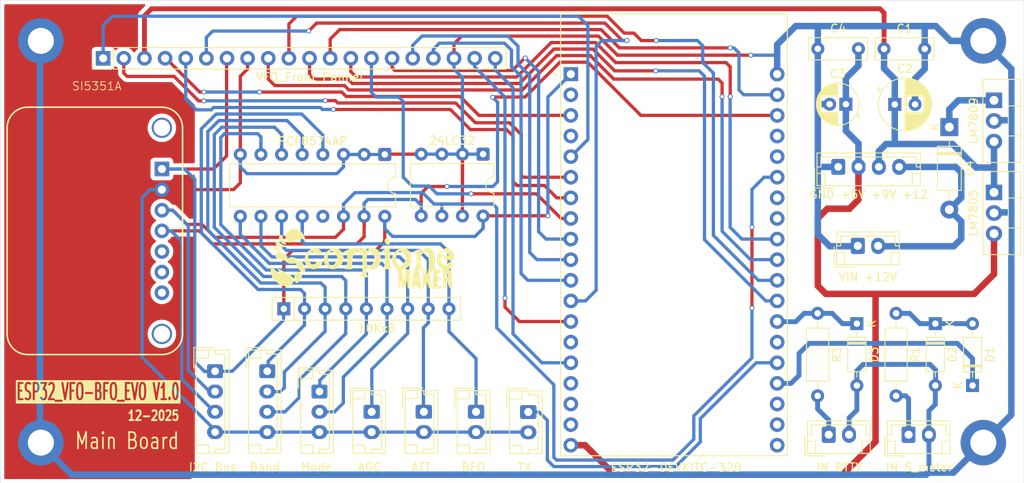
<source format=kicad_pcb>
(kicad_pcb (version 20241229) (generator "pcbnew") (generator_version "9.0")
  (layers (0 "F.Cu" signal) (2 "B.Cu" signal) (13 "F.Paste" user) (15 "B.Paste" user) (5 "F.SilkS" user "F.Silkscreen") (7 "B.SilkS" user "B.Silkscreen") (1 "F.Mask" user) (3 "B.Mask" user) (25 "Edge.Cuts" user))
  (net 0 "")
  (net 1 "+9V")
  (net 2 "GND")
  (net 3 "+5V")
  (net 4 "Net-(D4-K)")
  (net 5 "Net-(D1-A)")
  (net 6 "METER")
  (net 7 "Net-(J5-Pin_1)")
  (net 8 "Net-(J6-Pin_1)")
  (net 9 "Net-(J8-Pin_1)")
  (net 10 "CLK")
  (net 11 "Net-(J2-Pin_2)")
  (net 12 "SDA")
  (net 13 "SCL")
  (net 14 "+3.3V")
  (net 15 "Net-(J2-Pin_3)")
  (net 16 "DT")
  (net 17 "SW_STEP")
  (net 18 "CLK-2")
  (net 19 "DT-2")
  (net 20 "SW_BAND")
  (net 21 "SW_MODE")
  (net 22 "SW_AGC")
  (net 23 "SW_ATT")
  (net 24 "SW_SCAN")
  (net 29 "SW_RTTY_CW")
  (net 31 "SCK")
  (net 32 "D{slash}C")
  (net 33 "TX")
  (net 34 "Net-(J3-Pin_1)")
  (net 37 "MOSI")
  (net 42 "RST")
  (net 43 "CS")
  (net 48 "RTTY IN")
  (net 49 "Net-(J2-Pin_1)")
  (net 50 "Net-(J3-Pin_2)")
  (net 51 "Net-(J4-Pin_1)")
  (net 54 "+12V")
  (net 56 "Net-(J9-Pin_1)")
  (footprint "Connector_JST:JST_EH_B2B-EH-A_1x02_P2.50mm_Vertical" (layer "F.Cu") (at 195.3006 112.522)
    (property "Reference" "J9")
    (property "Value" "IN S_meter")
  )
  (footprint "Connector_JST:JST_EH_B2B-EH-A_1x02_P2.50mm_Vertical" (layer "F.Cu") (at 142.063725 109.702619 -90)
    (property "Reference" "J6")
    (property "Value" "BFO")
  )
  (footprint "Capacitor_THT:C_Rect_L7.0mm_W2.5mm_P5.00mm" (layer "F.Cu") (at 189.127086 64.973027 180)
    (property "Reference" "C4")
    (property "Value" "100nF")
  )
  (footprint "Connector_JST:JST_EH_B4B-EH-A_1x04_P2.50mm_Vertical" (layer "F.Cu") (at 116.365027 104.702619 -90)
    (property "Reference" "J2")
    (property "Value" "Band")
  )
  (footprint "Package_TO_SOT_THT:TO-220-3_Vertical" (layer "F.Cu") (at 205.812829 71.325464 -90)
    (property "Reference" "U3")
    (property "Value" "LM7809")
  )
  (footprint "Connector_JST:JST_EH_B3B-EH-A_1x03_P2.50mm_Vertical" (layer "F.Cu") (at 122.789701 107.202619 -90)
    (property "Reference" "J3")
    (property "Value" "Mode")
  )
  (footprint "Connector_PinHeader_2.54mm:PinHeader_1x20_P2.54mm_Vertical" (layer "F.Cu") (at 96.1688 66.1444 90)
    (property "Reference" "J12")
    (property "Value" "VFO_Front_Pannel")
  )
  (footprint "Connector_JST:JST_EH_B4B-EH-A_1x04_P2.50mm_Vertical" (layer "F.Cu") (at 109.940352 104.702619 -90)
    (property "Reference" "J1")
    (property "Value" "I2C Bus")
  )
  (footprint "-Loghi personali:Scorpione Maker_40X20" (layer "F.Cu") (at 128.016 91.1352)
    (property "Reference" "G***" (hide yes))
    (property "Value" "LOGO" (hide yes))
  )
  (footprint "-Periferial_Module:si5351a_Module" (layer "F.Cu") (at 103.397 100.1096 90)
    (property "Reference" "M1" (hide yes))
    (property "Value" "Si5351A module" (hide yes))
  )
  (footprint "MountingHole:MountingHole_3.2mm_M3_DIN965_Pad_TopBottom" (layer "F.Cu") (at 88.5 113.5 180)
    (property "Reference" "H2")
    (property "Value" "MountingHole_Pad" (hide yes))
  )
  (footprint "Connector_JST:JST_EH_B4B-EH-A_1x04_P2.50mm_Vertical" (layer "F.Cu") (at 186.6392 79.5274)
    (property "Reference" "J11")
    (property "Value" "GND +5V +9V +12")
  )
  (footprint "Resistor_THT:R_Axial_DIN0207_L6.3mm_D2.5mm_P10.16mm_Horizontal" (layer "F.Cu") (at 184.10297 97.571 -90)
    (property "Reference" "R3")
    (property "Value" "1K")
  )
  (footprint "Capacitor_THT:CP_Radial_D6.3mm_P2.50mm" (layer "F.Cu") (at 193.601286 71.831027)
    (property "Reference" "C2")
    (property "Value" "220uF 16V")
  )
  (footprint "Connector_JST:JST_EH_B2B-EH-A_1x02_P2.50mm_Vertical" (layer "F.Cu") (at 135.639051 109.702619 -90)
    (property "Reference" "J5")
    (property "Value" "ATT")
  )
  (footprint "-ESP32_Module:MODULE_ESP32-DEVKITC-32D" (layer "F.Cu") (at 166.4252 87.8602)
    (property "Reference" "U1")
    (property "Value" "ESP32-DEVKITC-32D")
  )
  (footprint "MountingHole:MountingHole_3.2mm_M3_DIN965_Pad_TopBottom" (layer "F.Cu") (at 204.5 113.5 180)
    (property "Reference" "H1")
    (property "Value" "MountingHole_Pad" (hide yes))
  )
  (footprint "Connector_JST:JST_EH_B2B-EH-A_1x02_P2.50mm_Vertical" (layer "F.Cu") (at 189.0522 89.2556)
    (property "Reference" "J10")
    (property "Value" "VIN +12V")
  )
  (footprint "Capacitor_THT:CP_Radial_D5.0mm_P2.00mm" (layer "F.Cu") (at 187.582199 71.805627 180)
    (property "Reference" "C3")
    (property "Value" "100uF 10V")
  )
  (footprint "Package_DIP:DIP-8_W7.62mm" (layer "F.Cu") (at 142.9302 77.9554 -90)
    (property "Reference" "U5")
    (property "Value" "24LC32")
  )
  (footprint "Diode_THT:D_DO-35_SOD27_P7.62mm_Horizontal" (layer "F.Cu") (at 188.93247 98.841 -90)
    (property "Reference" "D3")
    (property "Value" "3.3V")
  )
  (footprint "Connector_JST:JST_EH_B2B-EH-A_1x02_P2.50mm_Vertical" (layer "F.Cu") (at 185.47457 112.522)
    (property "Reference" "J8")
    (property "Value" "IN RTTY")
  )
  (footprint "MountingHole:MountingHole_3.2mm_M3_DIN965_Pad_TopBottom" (layer "F.Cu") (at 88.5 64 180)
    (property "Reference" "H4")
    (property "Value" "MountingHole_Pad" (hide yes))
  )
  (footprint "Capacitor_THT:C_Rect_L7.0mm_W2.5mm_P5.00mm" (layer "F.Cu") (at 192.283665 64.987627)
    (property "Reference" "C1")
    (property "Value" "100nF")
  )
  (footprint "Package_TO_SOT_THT:TO-220-3_Vertical" (layer "F.Cu") (at 205.812829 82.671464 -90)
    (property "Reference" "U4")
    (property "Value" "LM7805")
  )
  (footprint "Diode_THT:D_DO-41_SOD81_P10.16mm_Horizontal" (layer "F.Cu") (at 200.314229 74.627464 -90)
    (property "Reference" "D4")
    (property "Value" "1N4007")
  )
  (footprint "Connector_JST:JST_EH_B2B-EH-A_1x02_P2.50mm_Vertical" (layer "F.Cu") (at 129.214376 109.702619 -90)
    (property "Reference" "J4")
    (property "Value" "AGC")
  )
  (footprint "MountingHole:MountingHole_3.2mm_M3_DIN965_Pad_TopBottom" (layer "F.Cu") (at 204.5 64 180)
    (property "Reference" "H3")
    (property "Value" "MountingHole_Pad" (hide yes))
  )
  (footprint "Package_DIP:DIP-16_W7.62mm" (layer "F.Cu") (at 130.8282 77.9958 -90)
    (property "Reference" "U2")
    (property "Value" "PCF8574AP")
  )
  (footprint "Resistor_THT:R_Axial_DIN0207_L6.3mm_D2.5mm_P10.16mm_Horizontal" (layer "F.Cu") (at 193.76197 97.571 -90)
    (property "Reference" "R1")
    (property "Value" "1K")
  )
  (footprint "Resistor_THT:R_Array_SIP9" (layer "F.Cu") (at 118.4076 97.0122)
    (property "Reference" "RN1")
    (property "Value" "10Kx8")
  )
  (footprint "Diode_THT:D_DO-35_SOD27_P7.62mm_Horizontal" (layer "F.Cu") (at 203.17097 106.461 90)
    (property "Reference" "D1")
    (property "Value" "1N4148")
  )
  (footprint "Connector_JST:JST_EH_B2B-EH-A_1x02_P2.50mm_Vertical" (layer "F.Cu") (at 148.4884 109.728 -90)
    (property "Reference" "J7")
    (property "Value" "TX")
  )
  (footprint "Diode_THT:D_DO-35_SOD27_P7.62mm_Horizontal" (layer "F.Cu") (at 198.59147 98.841 -90)
    (property "Reference" "D2")
    (property "Value" "3.3V")
  )
  (gr_rect (start 83.4954 58.9894) (end 209.4954 118.4894) (stroke (width 0.05)) (fill no) (layer "Edge.Cuts"))
  (gr_text "12-2025" (at 102.362 110.879175 0) (layer "F.SilkS") (effects (font (size 1.2 0.9) (thickness 0.225) (bold yes)) (justify bottom)))
  (gr_text "Main Board" (at 92.583 114.4524 0) (layer "F.SilkS") (effects (font (size 2 1.5) (thickness 0.2)) (justify left bottom)))
  (gr_text "ESP32_VFO-BFO_EVO V1.0" (at 95.5294 108.4072 0) (layer "F.SilkS" knockout) (effects (font (size 2 1) (thickness 0.25) (bold yes)) (justify bottom)))
  (segment (start 101.2488 60.912) (end 102.1152 60.0456) (width 0.6) (layer "F.Cu") (net 1))
  (segment (start 192.283665 60.559265) (end 192.283665 64.987627) (width 0.6) (layer "F.Cu") (net 1))
  (segment (start 102.1152 60.0456) (end 191.77 60.0456) (width 0.6) (layer "F.Cu") (net 1))
  (segment (start 101.2488 66.1444) (end 101.2488 60.912) (width 0.6) (layer "F.Cu") (net 1))
  (segment (start 191.77 60.0456) (end 192.283665 60.559265) (width 0.6) (layer "F.Cu") (net 1))
  (segment (start 193.601286 68.709486) (end 193.601286 71.831027) (width 0.8) (layer "B.Cu") (net 1))
  (segment (start 192.283665 67.391865) (end 193.601286 68.709486) (width 0.8) (layer "B.Cu") (net 1))
  (segment (start 191.6392 77.6008) (end 191.6392 79.5274) (width 0.8) (layer "B.Cu") (net 1))
  (segment (start 193.5988 71.833513) (end 193.601286 71.831027) (width 0.8) (layer "B.Cu") (net 1))
  (segment (start 205.8162 82.668093) (end 205.812829 82.671464) (width 0.8) (layer "B.Cu") (net 1))
  (segment (start 205.8162 76.408835) (end 205.8162 82.668093) (width 0.8) (layer "B.Cu") (net 1))
  (segment (start 200.7108 76.708) (end 192.532 76.708) (width 0.8) (layer "B.Cu") (net 1))
  (segment (start 192.532 76.708) (end 191.6392 77.6008) (width 0.8) (layer "B.Cu") (net 1))
  (segment (start 205.8162 79.6036) (end 203.6064 79.6036) (width 0.8) (layer "B.Cu") (net 1))
  (segment (start 193.5988 76.708) (end 193.5988 71.833513) (width 0.8) (layer "B.Cu") (net 1))
  (segment (start 192.283665 64.987627) (end 192.283665 67.391865) (width 0.8) (layer "B.Cu") (net 1))
  (segment (start 203.6064 79.6036) (end 200.7108 76.708) (width 0.8) (layer "B.Cu") (net 1))
  (segment (start 205.891293 76.327) (end 205.812829 76.405464) (width 0.8) (layer "B.Cu") (net 1))
  (segment (start 205.812829 76.405464) (end 205.8162 76.408835) (width 0.8) (layer "B.Cu") (net 1))
  (segment (start 135.31 77.9554) (end 130.869 77.9554) (width 0.4) (layer "F.Cu") (net 2))
  (segment (start 130.8282 77.9958) (end 130.8281 77.9957) (width 0.4) (layer "F.Cu") (net 2))
  (segment (start 172.971596 65.7634) (end 159.4678 65.7634) (width 0.4) (layer "F.Cu") (net 2))
  (segment (start 140.3902 81.2652) (end 140.3902 77.9554) (width 0.4) (layer "F.Cu") (net 2))
  (segment (start 157.115 63.4106) (end 140.3046 63.4106) (width 0.4) (layer "F.Cu") (net 2))
  (segment (start 135.3102 77.9554) (end 135.31 77.9554) (width 0.4) (layer "F.Cu") (net 2))
  (segment (start 113.048 68.3588) (end 113.9444 67.4624) (width 0.4) (layer "F.Cu") (net 2))
  (segment (start 113.0482 81.4976) (end 113.0482 77.9958) (width 0.4) (layer "F.Cu") (net 2))
  (segment (start 142.9302 77.9554) (end 142.93 77.9554) (width 0.4) (layer "F.Cu") (net 2))
  (segment (start 130.8281 77.9957) (end 130.828 77.9958) (width 0.4) (layer "F.Cu") (net 2))
  (segment (start 125.7482 77.9958) (end 125.748 77.9958) (width 0.4) (layer "F.Cu") (net 2))
  (segment (start 113.9444 66.1492) (end 113.949 66.1446) (width 0.4) (layer "F.Cu") (net 2))
  (segment (start 113.0482 77.9958) (end 113.048 77.9958) (width 0.4) (layer "F.Cu") (net 2))
  (segment (start 173.71901 65.7644) (end 172.972596 65.7644) (width 0.4) (layer "F.Cu") (net 2))
  (segment (start 113.9444 67.4624) (end 113.9444 66.1492) (width 0.4) (layer "F.Cu") (net 2))
  (segment (start 103.397 82.3296) (end 112.2162 82.3296) (width 0.4) (layer "F.Cu") (net 2))
  (segment (start 173.72001 65.7634) (end 173.71901 65.7644) (width 0.4) (layer "F.Cu") (net 2))
  (segment (start 140.3046 63.4106) (end 139.3488 64.3664) (width 0.4) (layer "F.Cu") (net 2))
  (segment (start 139.3488 64.3664) (end 139.3488 66.1444) (width 0.4) (layer "F.Cu") (net 2))
  (segment (start 175.8738 65.7634) (end 173.72001 65.7634) (width 0.4) (layer "F.Cu") (net 2))
  (segment (start 140.39 81.2654) (end 140.3902 81.2652) (width 0.4) (layer "F.Cu") (net 2))
  (segment (start 159.4678 65.7634) (end 157.115 63.4106) (width 0.4) (layer "F.Cu") (net 2))
  (segment (start 113.048 77.9958) (end 113.048 68.3588) (width 0.4) (layer "F.Cu") (net 2))
  (segment (start 172.972596 65.7644) (end 172.971596 65.7634) (width 0.4) (layer "F.Cu") (net 2))
  (segment (start 140.39 85.5754) (end 140.39 81.2654) (width 0.4) (layer "F.Cu") (net 2))
  (segment (start 113.949 66.1446) (end 113.9488 66.1444) (width 0.4) (layer "F.Cu") (net 2))
  (segment (start 140.3902 85.5754) (end 140.39 85.5754) (width 0.4) (layer "F.Cu") (net 2))
  (segment (start 112.2162 82.3296) (end 113.0482 81.4976) (width 0.4) (layer "F.Cu") (net 2))
  (segment (start 130.869 77.9554) (end 130.8281 77.9957) (width 0.4) (layer "F.Cu") (net 2))
  (segment (start 140.39 81.2654) (end 140.39 77.9554) (width 0.4) (layer "F.Cu") (net 2))
  (via (at 175.8738 65.7634) (size 0.6) (drill 0.4) (layers "F.Cu" "B.Cu") (net 2))
  (segment (start 137.8502 77.9554) (end 135.3102 77.9554) (width 0.4) (layer "B.Cu") (net 2))
  (segment (start 113.8726 80.3684) (end 113.0482 79.544) (width 0.4) (layer "B.Cu") (net 2))
  (segment (start 197.4596 117.4496) (end 197.7136 117.1956) (width 0.8) (layer "B.Cu") (net 2))
  (segment (start 187.9854 110.4392) (end 188.93247 109.49213) (width 0.6) (layer "B.Cu") (net 2))
  (segment (start 184.127086 71.8058) (end 184.127086 79.6036) (width 0.8) (layer "B.Cu") (net 2))
  (segment (start 113.0482 79.544) (end 113.0482 77.9958) (width 0.4) (layer "B.Cu") (net 2))
  (segment (start 197.8006 109.5902) (end 197.8006 112.522) (width 0.6) (layer "B.Cu") (net 2))
  (segment (start 200.4742 64) (end 204.5 64) (width 0.8) (layer "B.Cu") (net 2))
  (segment (start 179.0996 65.7634) (end 179.125 65.738) (width 0.4) (layer "B.Cu") (net 2))
  (segment (start 184.127259 71.805627) (end 185.582199 71.805627) (width 0.8) (layer "B.Cu") (net 2))
  (segment (start 205.891293 85.133) (end 205.812829 85.211464) (width 0.8) (layer "B.Cu") (net 2))
  (segment (start 100.969 83.3148) (end 101.955 82.3296) (width 0.4) (layer "B.Cu") (net 2))
  (segment (start 198.628 104.5464) (end 198.628 106.42447) (width 0.6) (layer "B.Cu") (net 2))
  (segment (start 142.9302 77.9554) (end 140.3902 77.9554) (width 0.4) (layer "B.Cu") (net 2))
  (segment (start 207.9498 110.0582) (end 204.508 113.5) (width 0.8) (layer "B.Cu") (net 2))
  (segment (start 88.5 113.5) (end 88.5 113.646) (width 0.8) (layer "B.Cu") (net 2))
  (segment (start 205.891293 73.787) (end 205.812829 73.865464) (width 0.8) (layer "B.Cu") (net 2))
  (segment (start 186.237162 79.252362) (end 186.5122 79.5274) (width 0.8) (layer "B.Cu") (net 2))
  (segment (start 204.5 113.508) (end 204.5 113.5) (width 0.8) (layer "B.Cu") (net 2))
  (segment (start 204.508 113.5) (end 204.5 113.5) (width 0.8) (layer "B.Cu") (net 2))
  (segment (start 186.5122 79.5274) (end 186.6392 79.5274) (width 0.8) (layer "B.Cu") (net 2))
  (segment (start 184.127086 87.835686) (end 185.5978 89.3064) (width 0.8) (layer "B.Cu") (net 2))
  (segment (start 128.2882 77.9958) (end 125.7482 77.9958) (width 0.4) (layer "B.Cu") (net 2))
  (segment (start 187.9854 112.51617) (end 187.9854 110.4392) (width 0.6) (layer "B.Cu") (net 2))
  (segment (start 197.283665 64.987627) (end 197.283665 67.473648) (width 0.8) (layer "B.Cu") (net 2))
  (segment (start 149.1488 112.228) (end 149.123419 112.202619) (width 0.4) (layer "B.Cu") (net 2))
  (segment (start 197.8006 112.522) (end 197.8006 117.1086) (width 0.6) (layer "B.Cu") (net 2))
  (segment (start 197.283665 62.202735) (end 197.283665 64.987627) (width 0.8) (layer "B.Cu") (net 2))
  (segment (start 88.3964 113.3964) (end 88.3964 62.6036) (width 0.8) (layer "B.Cu") (net 2))
  (segment (start 198.59147 106.461) (end 198.59147 108.79933) (width 0.6) (layer "B.Cu") (net 2))
  (segment (start 125.7482 77.9958) (end 125.7482 79.5418) (width 0.4) (layer "B.Cu") (net 2))
  (segment (start 88.5 113.646) (end 92.3036 117.4496) (width 0.8) (layer "B.Cu") (net 2))
  (segment (start 184.127086 79.6036) (end 184.127086 87.835686) (width 0.8) (layer "B.Cu") (net 2))
  (segment (start 184.127086 64.973027) (end 184.127086 62.202114) (width 0.8) (layer "B.Cu") (net 2))
  (segment (start 186.6392 79.5274) (end 184.203286 79.5274) (width 0.8) (layer "B.Cu") (net 2))
  (segment (start 207.9498 73.787) (end 205.891293 73.787) (width 0.8) (layer "B.Cu") (net 2))
  (segment (start 207.9498 67.4498) (end 207.9498 110.0582) (width 0.8) (layer "B.Cu") (net 2))
  (segment (start 197.283665 67.473648) (end 196.101286 68.656027) (width 0.8) (layer "B.Cu") (net 2))
  (segment (start 200.8124 117.1956) (end 204.5 113.508) (width 0.8) (layer "B.Cu") (net 2))
  (segment (start 184.127086 71.8058) (end 184.127259 71.805627) (width 0.8) (layer "B.Cu") (net 2))
  (segment (start 139.3488 67.4906) (end 140.3902 68.532) (width 0.4) (layer "B.Cu") (net 2))
  (segment (start 181.4068 62.1792) (end 184.15 62.1792) (width 0.8) (layer "B.Cu") (net 2))
  (segment (start 179.125 68.1002) (end 179.125 65.3314) (width 0.8) (layer "B.Cu") (net 2))
  (segment (start 179.125 64.461) (end 181.4068 62.1792) (width 0.8) (layer "B.Cu") (net 2))
  (segment (start 109.940352 111.971152) (end 100.969 102.9998) (width 0.4) (layer "B.Cu") (net 2))
  (segment (start 197.945 103.8634) (end 198.628 104.5464) (width 0.6) (layer "B.Cu") (net 2))
  (segment (start 179.125 68.1006) (end 179.125 68.1002) (width 0.8) (layer "B.Cu") (net 2))
  (segment (start 140.3902 77.9554) (end 137.8502 77.9554) (width 0.4) (layer "B.Cu") (net 2))
  (segment (start 185.5978 89.3064) (end 189.0014 89.3064) (width 0.8) (layer "B.Cu") (net 2))
  (segment (start 184.203286 79.5274) (end 184.127086 79.6036) (width 0.8) (layer "B.Cu") (net 2))
  (segment (start 139.3488 66.1444) (end 139.3488 67.4906) (width 0.4) (layer "B.Cu") (net 2))
  (segment (start 140.3902 68.532) (end 140.3902 77.9554) (width 0.4) (layer "B.Cu") (net 2))
  (segment (start 187.82437 112.6772) (end 187.9854 112.51617) (width 0.6) (layer "B.Cu") (net 2))
  (segment (start 184.127086 64.973027) (end 184.127086 71.8058) (width 0.8) (layer "B.Cu") (net 2))
  (segment (start 109.940352 112.202619) (end 109.940352 111.971152) (width 0.4) (layer "B.Cu") (net 2))
  (segment (start 197.3072 62.1792) (end 197.283665 62.202735) (width 0.8) (layer "B.Cu") (net 2))
  (segment (start 188.93247 109.49213) (end 188.93247 104.64073) (width 0.6) (layer "B.Cu") (net 2))
  (segment (start 196.101286 68.656027) (end 196.101286 71.831027) (width 0.8) (layer "B.Cu") (net 2))
  (segment (start 184.127086 62.202114) (end 184.15 62.1792) (width 0.8) (layer "B.Cu") (net 2))
  (segment (start 130.8282 77.9958) (end 128.2882 77.9958) (width 0.4) (layer "B.Cu") (net 2))
  (segment (start 188.93247 104.64073) (end 189.7098 103.8634) (width 0.6) (layer "B.Cu") (net 2))
  (segment (start 207.9498 85.133) (end 205.891293 85.133) (width 0.8) (layer "B.Cu") (net 2))
  (segment (start 88.5 113.5) (end 88.3964 113.3964) (width 0.8) (layer "B.Cu") (net 2))
  (segment (start 189.0014 89.3064) (end 189.0522 89.2556) (width 0.8) (layer "B.Cu") (net 2))
  (segment (start 101.955 82.3296) (end 103.397 82.3296) (width 0.4) (layer "B.Cu") (net 2))
  (segment (start 92.3036 117.4496) (end 197.4596 117.4496) (width 0.8) (layer "B.Cu") (net 2))
  (segment (start 124.9216 80.3684) (end 113.8726 80.3684) (width 0.4) (layer "B.Cu") (net 2))
  (segment (start 125.7482 79.5418) (end 124.9216 80.3684) (width 0.4) (layer "B.Cu") (net 2))
  (segment (start 179.125 65.738) (end 179.125 65.3314) (width 0.4) (layer "B.Cu") (net 2))
  (segment (start 179.1252 68.1002) (end 179.125 68.1002) (width 0.4) (layer "B.Cu") (net 2))
  (segment (start 197.7136 117.1956) (end 200.8124 117.1956) (width 0.8) (layer "B.Cu") (net 2))
  (segment (start 198.628 106.42447) (end 198.59147 106.461) (width 0.6) (layer "B.Cu") (net 2))
  (segment (start 204.5 64) (end 207.9498 67.4498) (width 0.8) (layer "B.Cu") (net 2))
  (segment (start 175.8738 65.7634) (end 179.0996 65.7634) (width 0.4) (layer "B.Cu") (net 2))
  (segment (start 198.59147 108.79933) (end 197.8006 109.5902) (width 0.6) (layer "B.Cu") (net 2))
  (segment (start 184.15 62.1792) (end 198.6534 62.1792) (width 0.8) (layer "B.Cu") (net 2))
  (segment (start 179.125 65.3314) (end 179.125 64.461) (width 0.8) (layer "B.Cu") (net 2))
  (segment (start 149.123419 112.202619) (end 109.940352 112.202619) (width 0.4) (layer "B.Cu") (net 2))
  (segment (start 198.6534 62.1792) (end 200.4742 64) (width 0.8) (layer "B.Cu") (net 2))
  (segment (start 197.8006 117.1086) (end 197.7136 117.1956) (width 0.6) (layer "B.Cu") (net 2))
  (segment (start 189.7098 103.8634) (end 197.945 103.8634) (width 0.6) (layer "B.Cu") (net 2))
  (segment (start 100.969 102.9998) (end 100.969 83.3148) (width 0.4) (layer "B.Cu") (net 2))
  (segment (start 187.1544 117.4496) (end 191.2366 113.3674) (width 0.8) (layer "F.Cu") (net 3))
  (segment (start 185.293 84.6836) (end 188.0108 84.6836) (width 0.8) (layer "F.Cu") (net 3))
  (segment (start 189.1284 83.566) (end 189.1284 79.5382) (width 0.8) (layer "F.Cu") (net 3))
  (segment (start 191.2366 95.1738) (end 185.1152 95.1738) (width 0.8) (layer "F.Cu") (net 3))
  (segment (start 153.725 113.8202) (end 155.4762 113.8202) (width 0.8) (layer "F.Cu") (net 3))
  (segment (start 191.2366 95.1738) (end 203.3778 95.1738) (width 0.8) (layer "F.Cu") (net 3))
  (segment (start 185.1152 95.1738) (end 184.1246 94.1832) (width 0.8) (layer "F.Cu") (net 3))
  (segment (start 189.1284 79.5382) (end 189.1392 79.5274) (width 0.8) (layer "F.Cu") (net 3))
  (segment (start 184.1246 94.1832) (end 184.1246 85.852) (width 0.8) (layer "F.Cu") (net 3))
  (segment (start 159.1056 117.4496) (end 187.1544 117.4496) (width 0.8) (layer "F.Cu") (net 3))
  (segment (start 205.8162 92.7354) (end 205.8162 87.754835) (width 0.8) (layer "F.Cu") (net 3))
  (segment (start 155.4762 113.8202) (end 159.1056 117.4496) (width 0.8) (layer "F.Cu") (net 3))
  (segment (start 205.8162 87.754835) (end 205.812829 87.751464) (width 0.8) (layer "F.Cu") (net 3))
  (segment (start 184.1246 85.852) (end 185.293 84.6836) (width 0.8) (layer "F.Cu") (net 3))
  (segment (start 203.4286 95.123) (end 205.8162 92.7354) (width 0.8) (layer "F.Cu") (net 3))
  (segment (start 203.3778 95.1738) (end 203.4286 95.123) (width 0.8) (layer "F.Cu") (net 3))
  (segment (start 188.0108 84.6836) (end 189.1284 83.566) (width 0.8) (layer "F.Cu") (net 3))
  (segment (start 191.2366 113.3674) (end 191.2366 95.1738) (width 0.8) (layer "F.Cu") (net 3))
  (segment (start 187.582199 75.085599) (end 189.1392 76.6426) (width 0.8) (layer "B.Cu") (net 3))
  (segment (start 187.582199 68.602201) (end 187.582199 71.805627) (width 0.8) (layer "B.Cu") (net 3))
  (segment (start 187.582199 71.805627) (end 187.582199 75.085599) (width 0.8) (layer "B.Cu") (net 3))
  (segment (start 189.127086 67.057314) (end 187.582199 68.602201) (width 0.8) (layer "B.Cu") (net 3))
  (segment (start 189.127086 64.973027) (end 189.127086 67.057314) (width 0.8) (layer "B.Cu") (net 3))
  (segment (start 189.1392 76.6426) (end 189.1392 79.5274) (width 0.8) (layer "B.Cu") (net 3))
  (segment (start 201.431829 71.325464) (end 200.314229 72.443064) (width 0.8) (layer "B.Cu") (net 4))
  (segment (start 205.812829 71.325464) (end 201.431829 71.325464) (width 0.8) (layer "B.Cu") (net 4))
  (segment (start 200.314229 72.443064) (end 200.314229 74.627464) (width 0.8) (layer "B.Cu") (net 4))
  (segment (start 198.59147 98.841) (end 196.69057 98.841) (width 0.6) (layer "B.Cu") (net 5))
  (segment (start 195.42057 97.571) (end 193.76197 97.571) (width 0.6) (layer "B.Cu") (net 5))
  (segment (start 196.69057 98.841) (end 195.42057 97.571) (width 0.6) (layer "B.Cu") (net 5))
  (segment (start 203.17097 98.841) (end 198.59147 98.841) (width 0.6) (layer "B.Cu") (net 5))
  (segment (start 183.055 101.2726) (end 181.8132 102.5144) (width 0.6) (layer "B.Cu") (net 6))
  (segment (start 203.1746 106.45737) (end 203.1746 103.1478) (width 0.6) (layer "B.Cu") (net 6))
  (segment (start 181.8132 105.214) (end 180.827 106.2002) (width 0.6) (layer "B.Cu") (net 6))
  (segment (start 180.827 106.2002) (end 179.1252 106.2002) (width 0.6) (layer "B.Cu") (net 6))
  (segment (start 203.17097 106.461) (end 203.1746 106.45737) (width 0.6) (layer "B.Cu") (net 6))
  (segment (start 181.8132 102.5144) (end 181.8132 105.214) (width 0.6) (layer "B.Cu") (net 6))
  (segment (start 201.2994 101.2726) (end 183.055 101.2726) (width 0.6) (layer "B.Cu") (net 6))
  (segment (start 203.1746 103.1478) (end 201.2994 101.2726) (width 0.6) (layer "B.Cu") (net 6))
  (segment (start 179.1252 106.2002) (end 179.125 106.2002) (width 0.6) (layer "B.Cu") (net 6))
  (segment (start 136.188 98.7464) (end 136.188 90.9998) (width 0.4) (layer "B.Cu") (net 7))
  (segment (start 135.0036 89.8154) (end 118.722 89.8154) (width 0.4) (layer "B.Cu") (net 7))
  (segment (start 135.5852 109.702619) (end 135.5852 99.3492) (width 0.4) (layer "B.Cu") (net 7))
  (segment (start 136.188 90.9998) (end 135.0036 89.8154) (width 0.4) (layer "B.Cu") (net 7))
  (segment (start 118.128 89.2214) (end 118.128 87.4186) (width 0.4) (layer "B.Cu") (net 7))
  (segment (start 118.722 89.8154) (end 118.128 89.2214) (width 0.4) (layer "B.Cu") (net 7))
  (segment (start 118.1282 87.4184) (end 118.1282 85.6158) (width 0.4) (layer "B.Cu") (net 7))
  (segment (start 135.608648 109.702619) (end 135.5852 109.702619) (width 0.4) (layer "B.Cu") (net 7))
  (segment (start 118.128 87.4186) (end 118.128 85.6158) (width 0.4) (layer "B.Cu") (net 7))
  (segment (start 135.5852 99.3492) (end 136.188 98.7464) (width 0.4) (layer "B.Cu") (net 7))
  (segment (start 136.188 98.7464) (end 136.1876 98.746) (width 0.4) (layer "B.Cu") (net 7))
  (segment (start 136.1876 98.746) (end 136.1876 97.0122) (width 0.4) (layer "B.Cu") (net 7))
  (segment (start 118.128 87.4186) (end 118.1282 87.4184) (width 0.4) (layer "B.Cu") (net 7))
  (segment (start 138.728 90.06) (end 137.6824 89.0144) (width 0.4) (layer "B.Cu") (net 8))
  (segment (start 120.6682 87.1517) (end 120.6682 85.6158) (width 0.4) (layer "B.Cu") (net 8))
  (segment (start 120.668 87.1519) (end 120.6682 87.1517) (width 0.4) (layer "B.Cu") (net 8))
  (segment (start 142.063725 103.149325) (end 142.063725 109.702619) (width 0.4) (layer "B.Cu") (net 8))
  (segment (start 138.728 99.8136) (end 142.063725 103.149325) (width 0.4) (layer "B.Cu") (net 8))
  (segment (start 138.728 97.0122) (end 138.728 90.06) (width 0.4) (layer "B.Cu") (net 8))
  (segment (start 138.7276 97.0122) (end 138.728 97.0122) (width 0.4) (layer "B.Cu") (net 8))
  (segment (start 120.668 87.1519) (end 120.668 85.6158) (width 0.4) (layer "B.Cu") (net 8))
  (segment (start 120.668 88.688) (end 120.668 87.1519) (width 0.4) (layer "B.Cu") (net 8))
  (segment (start 138.728 97.0122) (end 138.728 99.8136) (width 0.4) (layer "B.Cu") (net 8))
  (segment (start 137.6824 89.0144) (end 120.995 89.0144) (width 0.4) (layer "B.Cu") (net 8))
  (segment (start 120.995 89.0144) (end 120.668 88.688) (width 0.4) (layer "B.Cu") (net 8))
  (segment (start 184.0992 109.347) (end 185.4708 110.7186) (width 0.6) (layer "B.Cu") (net 9))
  (segment (start 184.0992 107.731) (end 184.0992 109.347) (width 0.6) (layer "B.Cu") (net 9))
  (segment (start 185.4708 110.7186) (end 185.4708 111.9374) (width 0.6) (layer "B.Cu") (net 9))
  (segment (start 155.829 62.1284) (end 155.829 76.1564) (width 0.4) (layer "B.Cu") (net 10))
  (segment (start 155.829 76.1564) (end 153.7252 78.2602) (width 0.4) (layer "B.Cu") (net 10))
  (segment (start 96.1688 62.0986) (end 97.3074 60.96) (width 0.4) (layer "B.Cu") (net 10))
  (segment (start 154.6606 60.96) (end 155.829 62.1284) (width 0.4) (layer "B.Cu") (net 10))
  (segment (start 96.1688 66.1444) (end 96.1688 62.0986) (width 0.4) (layer "B.Cu") (net 10))
  (segment (start 97.3074 60.96) (end 154.6606 60.96) (width 0.4) (layer "B.Cu") (net 10))
  (segment (start 118.4656 104.8004) (end 123.488 99.778) (width 0.4) (layer "B.Cu") (net 11))
  (segment (start 109.045 75.1812) (end 110.4138 73.8124) (width 0.4) (layer "B.Cu") (net 11))
  (segment (start 116.499474 107.227) (end 117.9694 107.227) (width 0.4) (layer "B.Cu") (net 11))
  (segment (start 123.488 94.3526) (end 122.9676 93.8322) (width 0.4) (layer "B.Cu") (net 11))
  (segment (start 110.4138 73.8124) (end 118.7958 73.8124) (width 0.4) (layer "B.Cu") (net 11))
  (segment (start 123.488 99.778) (end 123.488 97.0122) (width 0.4) (layer "B.Cu") (net 11))
  (segment (start 109.045 87.3058) (end 109.045 75.1812) (width 0.4) (layer "B.Cu") (net 11))
  (segment (start 122.9676 93.8322) (end 115.571 93.8322) (width 0.4) (layer "B.Cu") (net 11))
  (segment (start 118.4656 106.7308) (end 118.4656 104.8004) (width 0.4) (layer "B.Cu") (net 11))
  (segment (start 117.9694 107.227) (end 118.4656 106.7308) (width 0.4) (layer "B.Cu") (net 11))
  (segment (start 118.7958 73.8124) (end 120.668 75.6846) (width 0.4) (layer "B.Cu") (net 11))
  (segment (start 123.488 97.0122) (end 123.488 94.3526) (width 0.4) (layer "B.Cu") (net 11))
  (segment (start 120.668 77.9958) (end 120.6682 77.9958) (width 0.4) (layer "B.Cu") (net 11))
  (segment (start 120.668 75.6846) (end 120.668 77.9958) (width 0.4) (layer "B.Cu") (net 11))
  (segment (start 116.475093 107.202619) (end 116.499474 107.227) (width 0.4) (layer "B.Cu") (net 11))
  (segment (start 116.647152 107.202619) (end 116.475093 107.202619) (width 0.4) (layer "B.Cu") (net 11))
  (segment (start 115.571 93.8322) (end 109.045 87.3058) (width 0.4) (layer "B.Cu") (net 11))
  (segment (start 123.4876 97.0122) (end 123.488 97.0122) (width 0.4) (layer "B.Cu") (net 11))
  (segment (start 136.1525 81.9391) (end 135.3102 82.7814) (width 0.4) (layer "F.Cu") (net 12))
  (segment (start 128.288 88.127) (end 127.399 89.0162) (width 0.4) (layer "F.Cu") (net 12))
  (segment (start 107.995 87.4096) (end 103.397 87.4096) (width 0.4) (layer "F.Cu") (net 12))
  (segment (start 144.106303 70.9168) (end 148.1074 70.9168) (width 0.4) (layer "F.Cu") (net 12))
  (segment (start 128.288 86.8714) (end 128.288 88.127) (width 0.4) (layer "F.Cu") (net 12))
  (segment (start 152.4 66.6242) (end 155.7938 66.6242) (width 0.4) (layer "F.Cu") (net 12))
  (segment (start 144.106303 70.9493) (end 144.106303 70.9168) (width 0.4) (layer "F.Cu") (net 12))
  (segment (start 109.59 89.0044) (end 107.995 87.4096) (width 0.4) (layer "F.Cu") (net 12))
  (segment (start 135.3102 82.7814) (end 135.3102 85.5754) (width 0.4) (layer "F.Cu") (net 12))
  (segment (start 128.288 85.6158) (end 128.288 86.8714) (width 0.4) (layer "F.Cu") (net 12))
  (segment (start 148.1074 70.9168) (end 152.4 66.6242) (width 0.4) (layer "F.Cu") (net 12))
  (segment (start 127.399 89.0162) (end 109.719 89.0162) (width 0.4) (layer "F.Cu") (net 12))
  (segment (start 128.288 86.8714) (end 128.2882 86.8712) (width 0.4) (layer "F.Cu") (net 12))
  (segment (start 155.7938 66.6242) (end 162.3498 73.1802) (width 0.4) (layer "F.Cu") (net 12))
  (segment (start 128.2882 86.8712) (end 128.2882 85.6158) (width 0.4) (layer "F.Cu") (net 12))
  (segment (start 109.719 89.0162) (end 109.707 89.0044) (width 0.4) (layer "F.Cu") (net 12))
  (segment (start 109.707 89.0044) (end 109.59 89.0044) (width 0.4) (layer "F.Cu") (net 12))
  (segment (start 162.3498 73.1802) (end 179.1252 73.1802) (width 0.4) (layer "F.Cu") (net 12))
  (segment (start 138.4791 81.9391) (end 136.1525 81.9391) (width 0.4) (layer "F.Cu") (net 12))
  (via (at 138.4791 81.9391) (size 0.6) (drill 0.4) (layers "F.Cu" "B.Cu") (net 12))
  (via (at 144.106303 70.9493) (size 0.6) (drill 0.4) (layers "F.Cu" "B.Cu") (net 12))
  (segment (start 144.1281 81.9391) (end 138.4791 81.9391) (width 0.4) (layer "B.Cu") (net 12))
  (segment (start 144.106303 70.9493) (end 144.7226 71.565597) (width 0.4) (layer "B.Cu") (net 12))
  (segment (start 134.599 83.5434) (end 135.31 84.2546) (width 0.4) (layer "B.Cu") (net 12))
  (segment (start 144.7082 73.7526) (end 144.7082 81.359) (width 0.4) (layer "B.Cu") (net 12))
  (segment (start 105.841 88.7196) (end 105.841 105.6868) (width 0.4) (layer "B.Cu") (net 12))
  (segment (start 128.2882 85.6158) (end 128.288 85.6158) (width 0.4) (layer "B.Cu") (net 12))
  (segment (start 128.288 85.6158) (end 128.288 84.0122) (width 0.4) (layer "B.Cu") (net 12))
  (segment (start 104.531 87.4096) (end 105.841 88.7196) (width 0.4) (layer "B.Cu") (net 12))
  (segment (start 135.31 84.2546) (end 135.31 85.5754) (width 0.4) (layer "B.Cu") (net 12))
  (segment (start 128.288 84.0122) (end 128.757 83.5434) (width 0.4) (layer "B.Cu") (net 12))
  (segment (start 105.841 105.6868) (end 109.881 109.727) (width 0.4) (layer "B.Cu") (net 12))
  (segment (start 144.7082 81.359) (end 144.1281 81.9391) (width 0.4) (layer "B.Cu") (net 12))
  (segment (start 109.915971 109.727) (end 109.940352 109.702619) (width 0.4) (layer "B.Cu") (net 12))
  (segment (start 135.3102 85.5754) (end 135.31 85.5754) (width 0.4) (layer "B.Cu") (net 12))
  (segment (start 144.7226 71.565597) (end 144.7226 73.7382) (width 0.4) (layer "B.Cu") (net 12))
  (segment (start 109.881 109.727) (end 109.915971 109.727) (width 0.4) (layer "B.Cu") (net 12))
  (segment (start 128.757 83.5434) (end 134.599 83.5434) (width 0.4) (layer "B.Cu") (net 12))
  (segment (start 144.7226 73.7382) (end 144.7082 73.7526) (width 0.4) (layer "B.Cu") (net 12))
  (segment (start 103.397 87.4096) (end 104.531 87.4096) (width 0.4) (layer "B.Cu") (net 12))
  (segment (start 124.757 88.2034) (end 125.76 87.201) (width 0.4) (layer "F.Cu") (net 13))
  (segment (start 125.748 86.4026) (end 125.748 85.6158) (width 0.4) (layer "F.Cu") (net 13))
  (segment (start 109.922 88.2034) (end 124.757 88.2034) (width 0.4) (layer "F.Cu") (net 13))
  (segment (start 125.76 87.201) (end 125.748 87.1894) (width 0.4) (layer "F.Cu") (net 13))
  (segment (start 103.397 84.8696) (end 104.734 84.8696) (width 0.4) (layer "F.Cu") (net 13))
  (segment (start 125.7482 86.4024) (end 125.7482 85.6158) (width 0.4) (layer "F.Cu") (net 13))
  (segment (start 125.748 86.4026) (end 125.7482 86.4024) (width 0.4) (layer "F.Cu") (net 13))
  (segment (start 108.327 86.6086) (end 109.922 88.2034) (width 0.4) (layer "F.Cu") (net 13))
  (segment (start 104.734 84.8696) (end 106.473 86.6086) (width 0.4) (layer "F.Cu") (net 13))
  (segment (start 176.022 96.9264) (end 176.022 86.9696) (width 0.4) (layer "F.Cu") (net 13))
  (segment (start 106.473 86.6086) (end 108.327 86.6086) (width 0.4) (layer "F.Cu") (net 13))
  (segment (start 125.748 87.1894) (end 125.748 86.4026) (width 0.4) (layer "F.Cu") (net 13))
  (via (at 176.022 86.9696) (size 0.6) (drill 0.4) (layers "F.Cu" "B.Cu") (net 13))
  (via (at 176.022 96.9264) (size 0.6) (drill 0.4) (layers "F.Cu" "B.Cu") (net 13))
  (segment (start 125.748 85.6158) (end 125.748 85.5181) (width 0.4) (layer "B.Cu") (net 13))
  (segment (start 151.9696 115.6476) (end 151.638 115.316) (width 0.4) (layer "B.Cu") (net 13))
  (segment (start 125.748 85.6156) (end 125.748 85.5181) (width 0.4) (layer "B.Cu") (net 13))
  (segment (start 136.8789 84.0961) (end 137.9291 84.0961) (width 0.4) (layer "B.Cu") (net 13))
  (segment (start 109.915971 107.227) (end 109.286 107.227) (width 0.4) (layer "B.Cu") (net 13))
  (segment (start 109.286 107.227) (end 106.642 104.5828) (width 0.4) (layer "B.Cu") (net 13))
  (segment (start 144.6066 99.3438) (end 144.6066 84.5848) (width 0.4) (layer "B.Cu") (net 13))
  (segment (start 106.642 86.7774) (end 104.734 84.8696) (width 0.4) (layer "B.Cu") (net 13))
  (segment (start 176.022 103.058015) (end 168.8636 110.216415) (width 0.4) (layer "B.Cu") (net 13))
  (segment (start 166.2996 115.6476) (end 151.9696 115.6476) (width 0.4) (layer "B.Cu") (net 13))
  (segment (start 176.022 86.9696) (end 176.022 82.296) (width 0.4) (layer "B.Cu") (net 13))
  (segment (start 137.85 84.8134) (end 137.8502 84.8136) (width 0.4) (layer "B.Cu") (net 13))
  (segment (start 144.1179 84.0961) (end 137.9291 84.0961) (width 0.4) (layer "B.Cu") (net 13))
  (segment (start 106.642 104.5828) (end 106.642 86.7774) (width 0.4) (layer "B.Cu") (net 13))
  (segment (start 151.638 115.316) (end 151.638 106.3752) (width 0.4) (layer "B.Cu") (net 13))
  (segment (start 125.748 84.1138) (end 127.1594 82.7024) (width 0.4) (layer "B.Cu") (net 13))
  (segment (start 135.4852 82.7024) (end 136.8789 84.0961) (width 0.4) (layer "B.Cu") (net 13))
  (segment (start 125.7482 85.6158) (end 125.748 85.6156) (width 0.4) (layer "B.Cu") (net 13))
  (segment (start 137.8502 84.8136) (end 137.8502 85.5754) (width 0.4) (layer "B.Cu") (net 13))
  (segment (start 176.022 96.9264) (end 176.022 96.8756) (width 0.4) (layer "B.Cu") (net 13))
  (segment (start 137.85 84.1752) (end 137.85 84.8134) (width 0.4) (layer "B.Cu") (net 13))
  (segment (start 125.748 85.5181) (end 125.748 84.1138) (width 0.4) (layer "B.Cu") (net 13))
  (segment (start 137.9291 84.0961) (end 137.85 84.1752) (width 0.4) (layer "B.Cu") (net 13))
  (segment (start 168.8636 113.0836) (end 166.2996 115.6476) (width 0.4) (layer "B.Cu") (net 13))
  (segment (start 144.6066 84.5848) (end 144.1179 84.0961) (width 0.4) (layer "B.Cu") (net 13))
  (segment (start 176.022 82.296) (end 177.5178 80.8002) (width 0.4) (layer "B.Cu") (net 13))
  (segment (start 177.5178 80.8002) (end 179.1252 80.8002) (width 0.4) (layer "B.Cu") (net 13))
  (segment (start 104.734 84.8696) (end 103.397 84.8696) (width 0.4) (layer "B.Cu") (net 13))
  (segment (start 168.8636 110.216415) (end 168.8636 113.0836) (width 0.4) (layer "B.Cu") (net 13))
  (segment (start 137.85 84.8134) (end 137.85 85.5754) (width 0.4) (layer "B.Cu") (net 13))
  (segment (start 127.1594 82.7024) (end 135.4852 82.7024) (width 0.4) (layer "B.Cu") (net 13))
  (segment (start 176.022 96.9264) (end 176.022 103.058015) (width 0.4) (layer "B.Cu") (net 13))
  (segment (start 109.940352 107.202619) (end 109.915971 107.227) (width 0.4) (layer "B.Cu") (net 13))
  (segment (start 151.638 106.3752) (end 144.6066 99.3438) (width 0.4) (layer "B.Cu") (net 13))
  (segment (start 103.397 79.7896) (end 109.752 79.7896) (width 0.4) (layer "F.Cu") (net 14))
  (segment (start 130.8282 85.6158) (end 130.828 85.6158) (width 0.4) (layer "F.Cu") (net 14))
  (segment (start 118.408 90.8956) (end 119.486 89.8172) (width 0.4) (layer "F.Cu") (net 14))
  (segment (start 118.4076 93.9543) (end 118.4076 97.0122) (width 0.4) (layer "F.Cu") (net 14))
  (segment (start 111.358 78.184) (end 111.358 66.1956) (width 0.4) (layer "F.Cu") (net 14))
  (segment (start 118.408 93.9539) (end 118.408 90.8956) (width 0.4) (layer "F.Cu") (net 14))
  (segment (start 130.828 88.7112) (end 130.828 85.6158) (width 0.4) (layer "F.Cu") (net 14))
  (segment (start 150.9058 85.5472) (end 150.299 85.5472) (width 0.4) (layer "F.Cu") (net 14))
  (segment (start 118.408 97.0122) (end 118.408 93.9539) (width 0.4) (layer "F.Cu") (net 14))
  (segment (start 150.2962 85.55) (end 142.9556 85.55) (width 0.4) (layer "F.Cu") (net 14))
  (segment (start 142.9556 85.55) (end 142.9302 85.5754) (width 0.4) (layer "F.Cu") (net 14))
  (segment (start 111.358 66.1956) (end 111.409 66.1446) (width 0.4) (layer "F.Cu") (net 14))
  (segment (start 118.408 93.9539) (end 118.4076 93.9543) (width 0.4) (layer "F.Cu") (net 14))
  (segment (start 129.722 89.8172) (end 130.828 88.7112) (width 0.4) (layer "F.Cu") (net 14))
  (segment (start 150.299 85.5472) (end 150.2962 85.55) (width 0.4) (layer "F.Cu") (net 14))
  (segment (start 119.486 89.8172) (end 129.722 89.8172) (width 0.4) (layer "F.Cu") (net 14))
  (segment (start 109.752 79.7896) (end 111.358 78.184) (width 0.4) (layer "F.Cu") (net 14))
  (segment (start 111.4088 66.1444) (end 111.409 66.1446) (width 0.4) (layer "F.Cu") (net 14))
  (via (at 150.9058 85.5472) (size 0.6) (drill 0.4) (layers "F.Cu" "B.Cu") (net 14))
  (segment (start 130.828 87.138551) (end 131.779449 88.09) (width 0.4) (layer "B.Cu") (net 14))
  (segment (start 106.171 79.7896) (end 103.397 79.7896) (width 0.4) (layer "B.Cu") (net 14))
  (segment (start 130.8282 86.2246) (end 130.8282 85.6158) (width 0.4) (layer "B.Cu") (net 14))
  (segment (start 142.93 87.0994) (end 142.93 86.9756) (width 0.4) (layer "B.Cu") (net 14))
  (segment (start 118.408 97.0126) (end 118.3726 96.9772) (width 0.4) (layer "B.Cu") (net 14))
  (segment (start 142.9302 85.5754) (end 142.9302 86.9754) (width 0.4) (layer "B.Cu") (net 14))
  (segment (start 112.060981 104.702619) (end 109.940352 104.702619) (width 0.4) (layer "B.Cu") (net 14))
  (segment (start 118.3726 96.9772) (end 118.3726 98.391) (width 0.4) (layer "B.Cu") (net 14))
  (segment (start 141.94 88.09) (end 142.93 87.0994) (width 0.4) (layer "B.Cu") (net 14))
  (segment (start 150.9058 70.9196) (end 153.7252 68.1002) (width 0.4) (layer "B.Cu") (net 14))
  (segment (start 109.940352 104.702619) (end 109.915971 104.727) (width 0.4) (layer "B.Cu") (net 14))
  (segment (start 142.93 86.9756) (end 142.93 85.5754) (width 0.4) (layer "B.Cu") (net 14))
  (segment (start 109.915971 104.727) (end 108.64 104.727) (width 0.4) (layer "B.Cu") (net 14))
  (segment (start 107.443 103.5296) (end 107.443 81.0506) (width 0.4) (layer "B.Cu") (net 14))
  (segment (start 108.64 104.727) (end 107.443 103.5296) (width 0.4) (layer "B.Cu") (net 14))
  (segment (start 107.443 81.0506) (end 106.176 79.7842) (width 0.4) (layer "B.Cu") (net 14))
  (segment (start 142.9302 86.9754) (end 142.93 86.9756) (width 0.4) (layer "B.Cu") (net 14))
  (segment (start 130.828 86.2248) (end 130.828 87.138551) (width 0.4) (layer "B.Cu") (net 14))
  (segment (start 150.9058 85.5472) (end 150.9058 70.9196) (width 0.4) (layer "B.Cu") (net 14))
  (segment (start 130.828 86.2248) (end 130.8282 86.2246) (width 0.4) (layer "B.Cu") (net 14))
  (segment (start 106.176 79.7842) (end 106.171 79.7896) (width 0.4) (layer "B.Cu") (net 14))
  (segment (start 118.3726 98.391) (end 112.060981 104.702619) (width 0.4) (layer "B.Cu") (net 14))
  (segment (start 130.828 85.6158) (end 130.828 86.2248) (width 0.4) (layer "B.Cu") (net 14))
  (segment (start 131.779449 88.09) (end 141.94 88.09) (width 0.4) (layer "B.Cu") (net 14))
  (segment (start 126.028 93.5398) (end 125.5194 93.0312) (width 0.4) (layer "B.Cu") (net 15))
  (segment (start 109.846 75.558814) (end 110.744 74.660814) (width 0.4) (layer "B.Cu") (net 15))
  (segment (start 118.128 75.5068) (end 118.128 76.2297) (width 0.4) (layer "B.Cu") (net 15))
  (segment (start 125.5194 93.0312) (end 115.903 93.0312) (width 0.4) (layer "B.Cu") (net 15))
  (segment (start 110.767815 74.637) (end 117.2582 74.637) (width 0.4) (layer "B.Cu") (net 15))
  (segment (start 110.744 74.660814) (end 110.744 74.6506) (width 0.4) (layer "B.Cu") (net 15))
  (segment (start 118.5174 109.727) (end 120.2944 107.95) (width 0.4) (layer "B.Cu") (net 15))
  (segment (start 120.2944 105.7986) (end 126.028 100.065) (width 0.4) (layer "B.Cu") (net 15))
  (segment (start 110.754214 74.6506) (end 110.767815 74.637) (width 0.4) (layer "B.Cu") (net 15))
  (segment (start 118.304815 109.727) (end 118.5174 109.727) (width 0.4) (layer "B.Cu") (net 15))
  (segment (start 118.128 76.2297) (end 118.128 77.9958) (width 0.4) (layer "B.Cu") (net 15))
  (segment (start 126.028 100.065) (end 126.028 97.0122) (width 0.4) (layer "B.Cu") (net 15))
  (segment (start 116.647152 109.702619) (end 118.280434 109.702619) (width 0.4) (layer "B.Cu") (net 15))
  (segment (start 118.280434 109.702619) (end 118.304815 109.727) (width 0.4) (layer "B.Cu") (net 15))
  (segment (start 117.2582 74.637) (end 118.128 75.5068) (width 0.4) (layer "B.Cu") (net 15))
  (segment (start 118.1282 75.507) (end 118.1282 77.9958) (width 0.4) (layer "B.Cu") (net 15))
  (segment (start 120.2944 107.95) (end 120.2944 105.7986) (width 0.4) (layer "B.Cu") (net 15))
  (segment (start 126.028 97.0122) (end 126.028 93.5398) (width 0.4) (layer "B.Cu") (net 15))
  (segment (start 118.128 75.5068) (end 118.1282 75.507) (width 0.4) (layer "B.Cu") (net 15))
  (segment (start 126.0276 97.0122) (end 126.028 97.0122) (width 0.4) (layer "B.Cu") (net 15))
  (segment (start 115.903 93.0312) (end 109.846 86.974) (width 0.4) (layer "B.Cu") (net 15))
  (segment (start 109.846 86.974) (end 109.846 75.558814) (width 0.4) (layer "B.Cu") (net 15))
  (segment (start 110.744 74.6506) (end 110.754214 74.6506) (width 0.4) (layer "B.Cu") (net 15))
  (segment (start 124.753404 71.362604) (end 125.0421 71.6513) (width 0.4) (layer "F.Cu") (net 16))
  (segment (start 108.5596 71.3994) (end 107.9246 71.3994) (width 0.4) (layer "F.Cu") (net 16))
  (segment (start 147.6292 80.5716) (end 147.8578 80.8002) (width 0.4) (layer "F.Cu") (net 16))
  (segment (start 98.7088 67.9748) (end 98.7088 66.1444) (width 0.4) (layer "F.Cu") (net 16))
  (segment (start 139.5471 71.6513) (end 141.9876 74.0918) (width 0.4) (layer "F.Cu") (net 16))
  (segment (start 146.177 74.0918) (end 147.6292 75.544) (width 0.4) (layer "F.Cu") (net 16))
  (segment (start 123.500726 71.362604) (end 124.753404 71.362604) (width 0.4) (layer "F.Cu") (net 16))
  (segment (start 147.6292 75.544) (end 147.6292 80.5716) (width 0.4) (layer "F.Cu") (net 16))
  (segment (start 104.902 68.3768) (end 99.1108 68.3768) (width 0.4) (layer "F.Cu") (net 16))
  (segment (start 147.8578 80.8002) (end 153.7252 80.8002) (width 0.4) (layer "F.Cu") (net 16))
  (segment (start 99.1108 68.3768) (end 98.7088 67.9748) (width 0.4) (layer "F.Cu") (net 16))
  (segment (start 107.9246 71.3994) (end 104.902 68.3768) (width 0.4) (layer "F.Cu") (net 16))
  (segment (start 141.9876 74.0918) (end 146.177 74.0918) (width 0.4) (layer "F.Cu") (net 16))
  (segment (start 125.0421 71.6513) (end 139.5471 71.6513) (width 0.4) (layer "F.Cu") (net 16))
  (via (at 123.500726 71.362604) (size 0.6) (drill 0.4) (layers "F.Cu" "B.Cu") (net 16))
  (via (at 108.5596 71.3994) (size 0.6) (drill 0.4) (layers "F.Cu" "B.Cu") (net 16))
  (segment (start 123.494182 71.362604) (end 123.500726 71.362604) (width 0.4) (layer "B.Cu") (net 16))
  (segment (start 123.470986 71.3858) (end 123.494182 71.362604) (width 0.4) (layer "B.Cu") (net 16))
  (segment (start 108.5596 71.3994) (end 108.5732 71.3858) (width 0.4) (layer "B.Cu") (net 16))
  (segment (start 108.5732 71.3858) (end 123.470986 71.3858) (width 0.4) (layer "B.Cu") (net 16))
  (segment (start 150.474 81.8162) (end 151.998 83.3402) (width 0.4) (layer "F.Cu") (net 17))
  (segment (start 124.5 72.4523) (end 138.9003 72.4523) (width 0.4) (layer "F.Cu") (net 17))
  (segment (start 145.8214 74.93) (end 146.6132 75.7218) (width 0.4) (layer "F.Cu") (net 17))
  (segment (start 141.378 74.93) (end 145.8214 74.93) (width 0.4) (layer "F.Cu") (net 17))
  (segment (start 151.998 83.3402) (end 153.7252 83.3402) (width 0.4) (layer "F.Cu") (net 17))
  (segment (start 138.9003 72.4523) (end 141.378 74.93) (width 0.4) (layer "F.Cu") (net 17))
  (segment (start 146.6132 75.7218) (end 146.6132 81.3336) (width 0.4) (layer "F.Cu") (net 17))
  (segment (start 146.6132 81.3336) (end 147.0958 81.8162) (width 0.4) (layer "F.Cu") (net 17))
  (segment (start 147.0958 81.8162) (end 150.474 81.8162) (width 0.4) (layer "F.Cu") (net 17))
  (via (at 124.5 72.4523) (size 0.6) (drill 0.4) (layers "F.Cu" "B.Cu") (net 17))
  (segment (start 107.6282 72.5) (end 106.3288 71.2006) (width 0.4) (layer "B.Cu") (net 17))
  (segment (start 123.1507 72.4523) (end 122.9088 72.2104) (width 0.4) (layer "B.Cu") (net 17))
  (segment (start 124.5 72.4523) (end 123.1507 72.4523) (width 0.4) (layer "B.Cu") (net 17))
  (segment (start 109.46063 72.5) (end 107.6282 72.5) (width 0.4) (layer "B.Cu") (net 17))
  (segment (start 109.75023 72.2104) (end 109.46063 72.5) (width 0.4) (layer "B.Cu") (net 17))
  (segment (start 106.3288 71.2006) (end 106.3288 66.1444) (width 0.4) (layer "B.Cu") (net 17))
  (segment (start 122.9088 72.2104) (end 109.75023 72.2104) (width 0.4) (layer "B.Cu") (net 17))
  (segment (start 145.6226 95.7072) (end 145.6226 96.8022) (width 0.4) (layer "F.Cu") (net 18))
  (segment (start 145.6226 96.8022) (end 147.4006 98.5802) (width 0.4) (layer "F.Cu") (net 18))
  (segment (start 147.4006 98.5802) (end 153.7252 98.5802) (width 0.4) (layer "F.Cu") (net 18))
  (via (at 145.6226 95.7072) (size 0.6) (drill 0.4) (layers "F.Cu" "B.Cu") (net 18))
  (segment (start 141.8888 67.1858) (end 141.8888 66.1444) (width 0.4) (layer "B.Cu") (net 18))
  (segment (start 145.6226 95.7072) (end 145.6226 70.9196) (width 0.4) (layer "B.Cu") (net 18))
  (segment (start 145.6226 70.9196) (end 141.8888 67.1858) (width 0.4) (layer "B.Cu") (net 18))
  (segment (start 153.7252 103.6602) (end 150.1692 103.6602) (width 0.4) (layer "B.Cu") (net 19))
  (segment (start 150.1692 103.6602) (end 146.6132 100.1042) (width 0.4) (layer "B.Cu") (net 19))
  (segment (start 144.4288 67.5961) (end 144.4288 66.1444) (width 0.4) (layer "B.Cu") (net 19))
  (segment (start 146.6132 69.7805) (end 144.4288 67.5961) (width 0.4) (layer "B.Cu") (net 19))
  (segment (start 146.6132 100.1042) (end 146.6132 69.7805) (width 0.4) (layer "B.Cu") (net 19))
  (segment (start 141.4524 82.8469) (end 149.4965 82.8469) (width 0.4) (layer "F.Cu") (net 20))
  (segment (start 149.4965 82.8469) (end 152.5298 85.8802) (width 0.4) (layer "F.Cu") (net 20))
  (segment (start 152.5298 85.8802) (end 153.7252 85.8802) (width 0.4) (layer "F.Cu") (net 20))
  (via (at 141.4524 82.8469) (size 0.6) (drill 0.4) (layers "F.Cu" "B.Cu") (net 20))
  (segment (start 133.1004 80.8002) (end 134.1898 81.8896) (width 0.4) (layer "B.Cu") (net 20))
  (segment (start 129.7476 70.9196) (end 132.5416 70.9196) (width 0.4) (layer "B.Cu") (net 20))
  (segment (start 132.5416 70.9196) (end 133.1004 71.4784) (width 0.4) (layer "B.Cu") (net 20))
  (segment (start 129.1888 70.3608) (end 129.7476 70.9196) (width 0.4) (layer "B.Cu") (net 20))
  (segment (start 133.1004 71.4784) (end 133.1004 80.8002) (width 0.4) (layer "B.Cu") (net 20))
  (segment (start 134.1898 81.8896) (end 136.298 81.8896) (width 0.4) (layer "B.Cu") (net 20))
  (segment (start 136.298 81.8896) (end 137.2553 82.8469) (width 0.4) (layer "B.Cu") (net 20))
  (segment (start 137.2553 82.8469) (end 141.4524 82.8469) (width 0.4) (layer "B.Cu") (net 20))
  (segment (start 129.1888 66.1444) (end 129.1888 70.3608) (width 0.4) (layer "B.Cu") (net 20))
  (segment (start 148.052791 66.118509) (end 146.5257 67.6456) (width 0.4) (layer "F.Cu") (net 21))
  (segment (start 146.5257 67.6456) (end 132.0616 67.6456) (width 0.4) (layer "F.Cu") (net 21))
  (segment (start 131.7288 67.3128) (end 131.7288 66.1444) (width 0.4) (layer "F.Cu") (net 21))
  (segment (start 148.1277 66.118509) (end 148.052791 66.118509) (width 0.4) (layer "F.Cu") (net 21))
  (segment (start 132.0616 67.6456) (end 131.7288 67.3128) (width 0.4) (layer "F.Cu") (net 21))
  (via (at 148.1277 66.118509) (size 0.6) (drill 0.4) (layers "F.Cu" "B.Cu") (net 21))
  (segment (start 149.7628 87.5058) (end 150.6772 88.4202) (width 0.4) (layer "B.Cu") (net 21))
  (segment (start 149.7628 67.753609) (end 149.7628 87.5058) (width 0.4) (layer "B.Cu") (net 21))
  (segment (start 148.1277 66.118509) (end 149.7628 67.753609) (width 0.4) (layer "B.Cu") (net 21))
  (segment (start 150.6772 88.4202) (end 153.7252 88.4202) (width 0.4) (layer "B.Cu") (net 21))
  (segment (start 147.2277 66.8466) (end 148.6706 68.2895) (width 0.4) (layer "B.Cu") (net 22))
  (segment (start 147.2277 64.6507) (end 147.2277 66.8466) (width 0.4) (layer "B.Cu") (net 22))
  (segment (start 134.2688 64.5442) (end 135.4146 63.3984) (width 0.4) (layer "B.Cu") (net 22))
  (segment (start 134.2688 66.1444) (end 134.2688 64.5442) (width 0.4) (layer "B.Cu") (net 22))
  (segment (start 148.6706 68.2895) (end 148.6706 90.0712) (width 0.4) (layer "B.Cu") (net 22))
  (segment (start 135.4146 63.3984) (end 145.9754 63.3984) (width 0.4) (layer "B.Cu") (net 22))
  (segment (start 145.9754 63.3984) (end 147.2277 64.6507) (width 0.4) (layer "B.Cu") (net 22))
  (segment (start 149.5596 90.9602) (end 153.7252 90.9602) (width 0.4) (layer "B.Cu") (net 22))
  (segment (start 148.6706 90.0712) (end 149.5596 90.9602) (width 0.4) (layer "B.Cu") (net 22))
  (segment (start 145.56 64.2784) (end 137.5572 64.2784) (width 0.4) (layer "B.Cu") (net 23))
  (segment (start 146.426 67.1786) (end 146.426 65.1444) (width 0.4) (layer "B.Cu") (net 23))
  (segment (start 148.442 93.5002) (end 147.6038 92.662) (width 0.4) (layer "B.Cu") (net 23))
  (segment (start 136.8088 65.0268) (end 136.8088 66.1444) (width 0.4) (layer "B.Cu") (net 23))
  (segment (start 137.5572 64.2784) (end 136.8088 65.0268) (width 0.4) (layer "B.Cu") (net 23))
  (segment (start 153.7252 93.5002) (end 148.442 93.5002) (width 0.4) (layer "B.Cu") (net 23))
  (segment (start 146.426 65.1444) (end 145.56 64.2784) (width 0.4) (layer "B.Cu") (net 23))
  (segment (start 147.6038 68.3564) (end 146.426 67.1786) (width 0.4) (layer "B.Cu") (net 23))
  (segment (start 147.6038 92.662) (end 147.6038 68.3564) (width 0.4) (layer "B.Cu") (net 23))
  (segment (start 160.0768 63.9634) (end 160.6262 63.9634) (width 0.4) (layer "F.Cu") (net 24))
  (segment (start 121.4628 62.7888) (end 122.443 61.8086) (width 0.4) (layer "F.Cu") (net 24))
  (segment (start 160.6262 63.9634) (end 160.6296 63.96) (width 0.4) (layer "F.Cu") (net 24))
  (segment (start 157.922 61.8086) (end 160.0768 63.9634) (width 0.4) (layer "F.Cu") (net 24))
  (segment (start 122.443 61.8086) (end 157.922 61.8086) (width 0.4) (layer "F.Cu") (net 24))
  (via (at 121.4628 62.7888) (size 0.6) (drill 0.4) (layers "F.Cu" "B.Cu") (net 24))
  (via (at 160.6296 63.96) (size 0.6) (drill 0.4) (layers "F.Cu" "B.Cu") (net 24))
  (segment (start 155.5286 96.0402) (end 153.7252 96.0402) (width 0.4) (layer "B.Cu") (net 24))
  (segment (start 109.659 62.7888) (end 108.8688 63.579) (width 0.4) (layer "B.Cu") (net 24))
  (segment (start 108.8688 63.579) (end 108.8688 66.1444) (width 0.4) (layer "B.Cu") (net 24))
  (segment (start 156.845 64.6756) (end 156.845 94.7238) (width 0.4) (layer "B.Cu") (net 24))
  (segment (start 160.6296 63.96) (end 157.5606 63.96) (width 0.4) (layer "B.Cu") (net 24))
  (segment (start 156.845 94.7238) (end 155.5286 96.0402) (width 0.4) (layer "B.Cu") (net 24))
  (segment (start 157.5606 63.96) (end 156.845 64.6756) (width 0.4) (layer "B.Cu") (net 24))
  (segment (start 121.4628 62.7888) (end 109.659 62.7888) (width 0.4) (layer "B.Cu") (net 24))
  (segment (start 142.4206 73.1802) (end 153.7252 73.1802) (width 0.4) (layer "F.Cu") (net 29))
  (segment (start 125.538614 70.3072) (end 126.081714 70.8503) (width 0.4) (layer "F.Cu") (net 29))
  (segment (start 126.081714 70.8503) (end 140.0907 70.8503) (width 0.4) (layer "F.Cu") (net 29))
  (segment (start 108.0516 70.3072) (end 103.8888 66.1444) (width 0.4) (layer "F.Cu") (net 29))
  (segment (start 108.5596 70.3072) (end 108.0516 70.3072) (width 0.4) (layer "F.Cu") (net 29))
  (segment (start 140.0907 70.8503) (end 142.4206 73.1802) (width 0.4) (layer "F.Cu") (net 29))
  (segment (start 115.4176 70.3072) (end 125.538614 70.3072) (width 0.4) (layer "F.Cu") (net 29))
  (segment (start 103.8888 66.1444) (end 103.7888 66.1444) (width 0.4) (layer "F.Cu") (net 29))
  (via (at 115.4176 70.3072) (size 0.6) (drill 0.4) (layers "F.Cu" "B.Cu") (net 29))
  (via (at 108.5596 70.3072) (size 0.6) (drill 0.4) (layers "F.Cu" "B.Cu") (net 29))
  (segment (start 115.4176 70.3072) (end 108.5596 70.3072) (width 0.4) (layer "B.Cu") (net 29))
  (segment (start 173.345803 70.8688) (end 173.345803 67.197603) (width 0.4) (layer "F.Cu") (net 31))
  (segment (start 173.345803 67.197603) (end 172.826 66.6778) (width 0.4) (layer "F.Cu") (net 31))
  (segment (start 126.6488 67.7954) (end 126.6488 66.1444) (width 0.4) (layer "F.Cu") (net 31))
  (segment (start 159.249414 66.6778) (end 159.020814 66.4492) (width 0.4) (layer "F.Cu") (net 31))
  (segment (start 151.3074 64.2116) (end 147.0717 68.4473) (width 0.4) (layer "F.Cu") (net 31))
  (segment (start 159.020814 66.4492) (end 159.0199 66.4492) (width 0.4) (layer "F.Cu") (net 31))
  (segment (start 156.7823 64.2116) (end 151.3074 64.2116) (width 0.4) (layer "F.Cu") (net 31))
  (segment (start 127.3007 68.4473) (end 126.6488 67.7954) (width 0.4) (layer "F.Cu") (net 31))
  (segment (start 147.0717 68.4473) (end 127.3007 68.4473) (width 0.4) (layer "F.Cu") (net 31))
  (segment (start 159.0199 66.4492) (end 156.7823 64.2116) (width 0.4) (layer "F.Cu") (net 31))
  (segment (start 172.826 66.6778) (end 159.249414 66.6778) (width 0.4) (layer "F.Cu") (net 31))
  (via (at 173.345803 70.8688) (size 0.6) (drill 0.4) (layers "F.Cu" "B.Cu") (net 31))
  (segment (start 173.334 86.974) (end 174.7802 88.4202) (width 0.4) (layer "B.Cu") (net 31))
  (segment (start 173.334 70.880603) (end 173.334 86.974) (width 0.4) (layer "B.Cu") (net 31))
  (segment (start 174.7802 88.4202) (end 179.1252 88.4202) (width 0.4) (layer "B.Cu") (net 31))
  (segment (start 173.345803 70.862899) (end 173.334 70.874702) (width 0.4) (layer "B.Cu") (net 31))
  (segment (start 126.203983 68.707) (end 126.202183 68.7052) (width 0.4) (layer "F.Cu") (net 32))
  (segment (start 122.1214 68.7052) (end 121.5688 68.1526) (width 0.4) (layer "F.Cu") (net 32))
  (segment (start 126.8317 69.2483) (end 126.2904 68.707) (width 0.4) (layer "F.Cu") (net 32))
  (segment (start 164.063 67.6938) (end 159.1308 67.6938) (width 0.4) (layer "F.Cu") (net 32))
  (segment (start 121.5688 68.1526) (end 121.5688 66.1444) (width 0.4) (layer "F.Cu") (net 32))
  (segment (start 159.1308 67.6938) (end 156.4496 65.0126) (width 0.4) (layer "F.Cu") (net 32))
  (segment (start 126.202183 68.7052) (end 122.1214 68.7052) (width 0.4) (layer "F.Cu") (net 32))
  (segment (start 126.2904 68.707) (end 126.203983 68.707) (width 0.4) (layer "F.Cu") (net 32))
  (segment (start 147.403485 69.2483) (end 126.8317 69.2483) (width 0.4) (layer "F.Cu") (net 32))
  (segment (start 151.639186 65.0126) (end 147.403485 69.2483) (width 0.4) (layer "F.Cu") (net 32))
  (segment (start 156.4496 65.0126) (end 151.639186 65.0126) (width 0.4) (layer "F.Cu") (net 32))
  (via (at 164.1646 67.6938) (size 0.6) (drill 0.4) (layers "F.Cu" "B.Cu") (net 32))
  (segment (start 170.18 68.3498) (end 170.18 88.4936) (width 0.4) (layer "B.Cu") (net 32))
  (segment (start 169.524 67.6938) (end 170.18 68.3498) (width 0.4) (layer "B.Cu") (net 32))
  (segment (start 177.7266 96.0402) (end 179.1252 96.0402) (width 0.4) (layer "B.Cu") (net 32))
  (segment (start 164.063 67.6938) (end 169.524 67.6938) (width 0.4) (layer "B.Cu") (net 32))
  (segment (start 170.18 88.4936) (end 177.7266 96.0402) (width 0.4) (layer "B.Cu") (net 32))
  (segment (start 150.837 110.7558) (end 149.8092 109.728) (width 0.4) (layer "B.Cu") (net 33))
  (segment (start 149.8092 109.728) (end 149.1488 109.728) (width 0.4) (layer "B.Cu") (net 33))
  (segment (start 179.1252 103.6602) (end 176.5526 103.6602) (width 0.4) (layer "B.Cu") (net 33))
  (segment (start 150.837 115.647785) (end 150.837 110.7558) (width 0.4) (layer "B.Cu") (net 33))
  (segment (start 169.6646 110.5482) (end 169.6646 113.415386) (width 0.4) (layer "B.Cu") (net 33))
  (segment (start 176.5526 103.6602) (end 169.6646 110.5482) (width 0.4) (layer "B.Cu") (net 33))
  (segment (start 169.6646 113.415386) (end 166.631385 116.4486) (width 0.4) (layer "B.Cu") (net 33))
  (segment (start 166.631385 116.4486) (end 151.637814 116.4486) (width 0.4) (layer "B.Cu") (net 33))
  (segment (start 151.637814 116.4486) (end 150.837 115.647785) (width 0.4) (layer "B.Cu") (net 33))
  (segment (start 128.568 97.0126) (end 128.5676 97.0122) (width 0.4) (layer "B.Cu") (net 34))
  (segment (start 110.647 86.6422) (end 110.647 75.8906) (width 0.4) (layer "B.Cu") (net 34))
  (segment (start 128.568 100.09) (end 128.568 97.0126) (width 0.4) (layer "B.Cu") (net 34))
  (segment (start 116.235 92.2302) (end 110.647 86.6422) (width 0.4) (layer "B.Cu") (net 34))
  (segment (start 122.8344 105.8236) (end 128.568 100.09) (width 0.4) (layer "B.Cu") (net 34))
  (segment (start 115.588 75.837) (end 115.588 76.6107) (width 0.4) (layer "B.Cu") (net 34))
  (segment (start 115.588 76.6107) (end 115.588 77.9958) (width 0.4) (layer "B.Cu") (net 34))
  (segment (start 111.0996 75.438) (end 115.189 75.438) (width 0.4) (layer "B.Cu") (net 34))
  (segment (start 122.8344 107.202619) (end 122.8344 105.8236) (width 0.4) (layer "B.Cu") (net 34))
  (segment (start 115.189 75.438) (end 115.588 75.837) (width 0.4) (layer "B.Cu") (net 34))
  (segment (start 128.5676 97.0122) (end 128.568 97.0122) (width 0.4) (layer "B.Cu") (net 34))
  (segment (start 115.5882 76.6109) (end 115.5882 77.9958) (width 0.4) (layer "B.Cu") (net 34))
  (segment (start 128.568 97.0122) (end 128.568 92.727) (width 0.4) (layer "B.Cu") (net 34))
  (segment (start 128.568 92.727) (end 128.0712 92.2302) (width 0.4) (layer "B.Cu") (net 34))
  (segment (start 128.0712 92.2302) (end 116.235 92.2302) (width 0.4) (layer "B.Cu") (net 34))
  (segment (start 115.588 76.6107) (end 115.5882 76.6109) (width 0.4) (layer "B.Cu") (net 34))
  (segment (start 110.647 75.8906) (end 111.0996 75.438) (width 0.4) (layer "B.Cu") (net 34))
  (segment (start 159.7015 64.8634) (end 157.4477 62.6096) (width 0.4) (layer "F.Cu") (net 37))
  (segment (start 163.791393 64.8644) (end 163.790393 64.8634) (width 0.4) (layer "F.Cu") (net 37))
  (segment (start 125.2814 62.6096) (end 124.1088 63.7822) (width 0.4) (layer "F.Cu") (net 37))
  (segment (start 173.1264 64.8634) (end 164.538807 64.8634) (width 0.4) (layer "F.Cu") (net 37))
  (segment (start 164.538807 64.8634) (end 164.537807 64.8644) (width 0.4) (layer "F.Cu") (net 37))
  (segment (start 164.537807 64.8644) (end 163.791393 64.8644) (width 0.4) (layer "F.Cu") (net 37))
  (segment (start 163.790393 64.8634) (end 159.7015 64.8634) (width 0.4) (layer "F.Cu") (net 37))
  (segment (start 124.1088 63.7822) (end 124.1088 66.1444) (width 0.4) (layer "F.Cu") (net 37))
  (segment (start 157.4477 62.6096) (end 125.2814 62.6096) (width 0.4) (layer "F.Cu") (net 37))
  (via (at 173.345803 64.8634) (size 0.6) (drill 0.4) (layers "F.Cu" "B.Cu") (net 37))
  (segment (start 174.4262 70.056) (end 175.0104 70.6402) (width 0.4) (layer "B.Cu") (net 37))
  (segment (start 174.4262 65.484) (end 174.4262 70.056) (width 0.4) (layer "B.Cu") (net 37))
  (segment (start 175.0104 70.6402) (end 179.1252 70.6402) (width 0.4) (layer "B.Cu") (net 37))
  (segment (start 173.8056 64.8634) (end 174.4262 65.484) (width 0.4) (layer "B.Cu") (net 37))
  (segment (start 173.1264 64.8634) (end 173.8056 64.8634) (width 0.4) (layer "B.Cu") (net 37))
  (segment (start 164.2364 63.9634) (end 162.4076 63.9634) (width 0.4) (layer "F.Cu") (net 42))
  (segment (start 161.487 63.0428) (end 160.288986 63.0428) (width 0.4) (layer "F.Cu") (net 42))
  (segment (start 119.0288 61.9208) (end 119.0288 66.1444) (width 0.4) (layer "F.Cu") (net 42))
  (segment (start 119.9896 60.96) (end 119.0288 61.9208) (width 0.4) (layer "F.Cu") (net 42))
  (segment (start 162.4076 63.9634) (end 161.487 63.0428) (width 0.4) (layer "F.Cu") (net 42))
  (segment (start 158.206186 60.96) (end 119.9896 60.96) (width 0.4) (layer "F.Cu") (net 42))
  (segment (start 160.288986 63.0428) (end 158.206186 60.96) (width 0.4) (layer "F.Cu") (net 42))
  (via (at 164.2364 63.9634) (size 0.6) (drill 0.4) (layers "F.Cu" "B.Cu") (net 42))
  (segment (start 169.9641 66.6623) (end 171.2766 67.9748) (width 0.4) (layer "B.Cu") (net 42))
  (segment (start 169.9641 64.6049) (end 169.9641 66.6623) (width 0.4) (layer "B.Cu") (net 42))
  (segment (start 167.259 63.9572) (end 169.3164 63.9572) (width 0.4) (layer "B.Cu") (net 42))
  (segment (start 164.2364 63.9634) (end 167.2528 63.9634) (width 0.4) (layer "B.Cu") (net 42))
  (segment (start 171.2766 67.9748) (end 171.2766 87.9646) (width 0.4) (layer "B.Cu") (net 42))
  (segment (start 169.3164 63.9572) (end 169.9641 64.6049) (width 0.4) (layer "B.Cu") (net 42))
  (segment (start 171.2766 87.9646) (end 176.8122 93.5002) (width 0.4) (layer "B.Cu") (net 42))
  (segment (start 176.8122 93.5002) (end 179.1252 93.5002) (width 0.4) (layer "B.Cu") (net 42))
  (segment (start 167.2528 63.9634) (end 167.259 63.9572) (width 0.4) (layer "B.Cu") (net 42))
  (segment (start 156.1169 65.8136) (end 151.9914 65.8136) (width 0.4) (layer "F.Cu") (net 43))
  (segment (start 172.3458 70.8688) (end 172.3458 69.1948) (width 0.4) (layer "F.Cu") (net 43))
  (segment (start 159.0131 68.7098) (end 156.1169 65.8136) (width 0.4) (layer "F.Cu") (net 43))
  (segment (start 116.4888 68.7114) (end 116.4888 66.1444) (width 0.4) (layer "F.Cu") (net 43))
  (segment (start 171.8608 68.7098) (end 159.0131 68.7098) (width 0.4) (layer "F.Cu") (net 43))
  (segment (start 147.7557 70.0493) (end 126.4135 70.0493) (width 0.4) (layer "F.Cu") (net 43))
  (segment (start 125.870399 69.5062) (end 117.2836 69.5062) (width 0.4) (layer "F.Cu") (net 43))
  (segment (start 126.4135 70.0493) (end 125.870399 69.5062) (width 0.4) (layer "F.Cu") (net 43))
  (segment (start 172.3458 69.1948) (end 171.8608 68.7098) (width 0.4) (layer "F.Cu") (net 43))
  (segment (start 117.2836 69.5062) (end 116.4888 68.7114) (width 0.4) (layer "F.Cu") (net 43))
  (segment (start 151.9914 65.8136) (end 147.7557 70.0493) (width 0.4) (layer "F.Cu") (net 43))
  (via (at 172.3458 70.8688) (size 0.6) (drill 0.4) (layers "F.Cu" "B.Cu") (net 43))
  (segment (start 172.3458 70.8688) (end 172.3458 87.459) (width 0.4) (layer "B.Cu") (net 43))
  (segment (start 175.847 90.9602) (end 179.1252 90.9602) (width 0.4) (layer "B.Cu") (net 43))
  (segment (start 172.3458 87.459) (end 175.847 90.9602) (width 0.4) (layer "B.Cu") (net 43))
  (segment (start 179.151 98.6056) (end 179.1251 98.5803) (width 0.6) (layer "B.Cu") (net 48))
  (segment (start 188.93247 98.841) (end 187.16557 98.841) (width 0.6) (layer "B.Cu") (net 48))
  (segment (start 184.10297 97.571) (end 182.4386 97.571) (width 0.6) (layer "B.Cu") (net 48))
  (segment (start 187.16557 98.841) (end 185.89557 97.571) (width 0.6) (layer "B.Cu") (net 48))
  (segment (start 181.404 98.6056) (end 179.151 98.6056) (width 0.6) (layer "B.Cu") (net 48))
  (segment (start 182.4386 97.571) (end 181.404 98.6056) (width 0.6) (layer "B.Cu") (net 48))
  (segment (start 179.1251 98.5803) (end 179.125 98.5802) (width 0.6) (layer "B.Cu") (net 48))
  (segment (start 179.1252 98.5802) (end 179.1251 98.5803) (width 0.4) (layer "B.Cu") (net 48))
  (segment (start 185.89557 97.571) (end 184.10297 97.571) (width 0.6) (layer "B.Cu") (net 48))
  (segment (start 188.189 98.841) (end 188.93247 98.841) (width 0.6) (layer "B.Cu") (net 48))
  (segment (start 108.244 87.6376) (end 108.244 87.63757) (width 0.4) (layer "B.Cu") (net 49))
  (segment (start 108.244 74.849414) (end 110.082015 73.0114) (width 0.4) (layer "B.Cu") (net 49))
  (segment (start 120.4666 94.6332) (end 115.90277 94.6332) (width 0.4) (layer "B.Cu") (net 49))
  (segment (start 110.082015 73.0114) (end 120.611 73.0114) (width 0.4) (layer "B.Cu") (net 49))
  (segment (start 115.90277 94.6332) (end 115.90276 94.63321) (width 0.4) (layer "B.Cu") (net 49))
  (segment (start 108.244 87.63757) (end 108.24399 87.63756) (width 0.4) (layer "B.Cu") (net 49))
  (segment (start 123.208 75.6084) (end 123.208 77.9958) (width 0.4) (layer "B.Cu") (net 49))
  (segment (start 120.948 95.1146) (end 120.4666 94.6332) (width 0.4) (layer "B.Cu") (net 49))
  (segment (start 123.208 77.9958) (end 123.2082 77.9958) (width 0.4) (layer "B.Cu") (net 49))
  (segment (start 108.244 87.305775) (end 108.244 74.849414) (width 0.4) (layer "B.Cu") (net 49))
  (segment (start 120.948 97.0122) (end 120.948 95.1146) (width 0.4) (layer "B.Cu") (net 49))
  (segment (start 108.24399 87.63756) (end 108.244 87.305775) (width 0.4) (layer "B.Cu") (net 49))
  (segment (start 115.239 94.6332) (end 108.244 87.6376) (width 0.4) (layer "B.Cu") (net 49))
  (segment (start 115.90276 94.63321) (end 115.570975 94.6332) (width 0.4) (layer "B.Cu") (net 49))
  (segment (start 116.475093 103.488907) (end 120.9476 99.0164) (width 0.4) (layer "B.Cu") (net 49))
  (segment (start 116.647152 104.702619) (end 116.475093 104.53056) (width 0.4) (layer "B.Cu") (net 49))
  (segment (start 120.9476 97.0122) (end 120.948 97.0122) (width 0.4) (layer "B.Cu") (net 49))
  (segment (start 116.475093 104.53056) (end 116.475093 103.488907) (width 0.4) (layer "B.Cu") (net 49))
  (segment (start 120.9476 99.0164) (end 120.9476 97.0122) (width 0.4) (layer "B.Cu") (net 49))
  (segment (start 115.570975 94.6332) (end 115.239 94.6332) (width 0.4) (layer "B.Cu") (net 49))
  (segment (start 120.611 73.0114) (end 123.208 75.6084) (width 0.4) (layer "B.Cu") (net 49))
  (segment (start 131.108 92.092) (end 130.4334 91.4174) (width 0.4) (layer "B.Cu") (net 50))
  (segment (start 130.4334 91.4174) (end 116.616 91.4174) (width 0.4) (layer "B.Cu") (net 50))
  (segment (start 124.637781 109.702619) (end 125.73 108.6104) (width 0.4) (layer "B.Cu") (net 50))
  (segment (start 113.048 87.8498) (end 113.048 86.7328) (width 0.4) (layer "B.Cu") (net 50))
  (segment (start 116.616 91.4174) (end 113.048 87.8498) (width 0.4) (layer "B.Cu") (net 50))
  (segment (start 125.73 108.6104) (end 125.73 105.4172) (width 0.4) (layer "B.Cu") (net 50))
  (segment (start 131.1076 97.0122) (end 131.108 97.0122) (width 0.4) (layer "B.Cu") (net 50))
  (segment (start 131.108 100.0392) (end 131.108 97.0122) (width 0.4) (layer "B.Cu") (net 50))
  (segment (start 113.0482 86.7326) (end 113.0482 85.6158) (width 0.4) (layer "B.Cu") (net 50))
  (segment (start 125.73 105.4172) (end 131.108 100.0392) (width 0.4) (layer "B.Cu") (net 50))
  (segment (start 113.048 86.7328) (end 113.048 85.6158) (width 0.4) (layer "B.Cu") (net 50))
  (segment (start 131.108 97.0122) (end 131.108 92.092) (width 0.4) (layer "B.Cu") (net 50))
  (segment (start 113.048 86.7328) (end 113.0482 86.7326) (width 0.4) (layer "B.Cu") (net 50))
  (segment (start 123.353852 109.702619) (end 124.637781 109.702619) (width 0.4) (layer "B.Cu") (net 50))
  (segment (start 129.214376 109.609191) (end 129.214376 109.702619) (width 0.4) (layer "B.Cu") (net 51))
  (segment (start 115.588 85.6158) (end 115.5882 85.6158) (width 0.4) (layer "B.Cu") (net 51))
  (segment (start 133.648 97.0122) (end 133.648 91.6094) (width 0.4) (layer "B.Cu") (net 51))
  (segment (start 116.948 90.6164) (end 115.588 89.257) (width 0.4) (layer "B.Cu") (net 51))
  (segment (start 129.214376 109.702619) (end 129.2352 109.681795) (width 0.4) (layer "B.Cu") (net 51))
  (segment (start 133.648 100.0392) (end 133.648 97.0122) (width 0.4) (layer "B.Cu") (net 51))
  (segment (start 133.6476 97.0122) (end 133.648 97.0122) (width 0.4) (layer "B.Cu") (net 51))
  (segment (start 129.2352 104.452) (end 133.648 100.0392) (width 0.4) (layer "B.Cu") (net 51))
  (segment (start 129.5908 109.232767) (end 129.214376 109.609191) (width 0.4) (layer "B.Cu") (net 51))
  (segment (start 115.588 89.257) (end 115.588 85.6158) (width 0.4) (layer "B.Cu") (net 51))
  (segment (start 132.655 90.6164) (end 116.948 90.6164) (width 0.4) (layer "B.Cu") (net 51))
  (segment (start 133.648 91.6094) (end 132.655 90.6164) (width 0.4) (layer "B.Cu") (net 51))
  (segment (start 129.2352 109.681795) (end 129.2352 104.452) (width 0.4) (layer "B.Cu") (net 51))
  (segment (start 201.783756 86.256991) (end 200.314229 84.787464) (width 0.8) (layer "B.Cu") (net 54))
  (segment (start 194.1392 79.5274) (end 201.0918 79.5274) (width 0.8) (layer "B.Cu") (net 54))
  (segment (start 191.603 89.3064) (end 200.8632 89.3064) (width 0.8) (layer "B.Cu") (net 54))
  (segment (start 200.8632 89.3064) (end 201.783756 88.385844) (width 0.8) (layer "B.Cu") (net 54))
  (segment (start 191.5522 89.2556) (end 191.603 89.3064) (width 0.8) (layer "B.Cu") (net 54))
  (segment (start 201.0918 79.5274) (end 201.783756 80.219356) (width 0.8) (layer "B.Cu") (net 54))
  (segment (start 201.783756 83.317937) (end 200.314229 84.787464) (width 0.8) (layer "B.Cu") (net 54))
  (segment (start 201.783756 88.385844) (end 201.783756 86.256991) (width 0.8) (layer "B.Cu") (net 54))
  (segment (start 201.783756 80.219356) (end 201.783756 83.317937) (width 0.8) (layer "B.Cu") (net 54))
  (segment (start 195.3006 112.522) (end 195.247 112.5756) (width 0.6) (layer "B.Cu") (net 56))
  (segment (start 194.9546 107.731) (end 195.3006 108.077) (width 0.6) (layer "B.Cu") (net 56))
  (segment (start 195.3006 108.077) (end 195.3006 112.522) (width 0.6) (layer "B.Cu") (net 56))
  (segment (start 193.76197 107.731) (end 194.9546 107.731) (width 0.6) (layer "B.Cu") (net 56))
  (zone (net 2) (net_name "GND") (layer "F.Cu") (connect_pads yes (clearance 0.5)) (min_thickness 0.25) (fill yes (thermal_gap 0.5) (thermal_bridge_width 0.5) (smoothing chamfer) (radius 1))
    (polygon (pts (xy 107.4464 118.493) (xy 83.4954 118.493) (xy 83.4954 58.9894) (xy 107.4464 58.9894)))
  )
)
</source>
